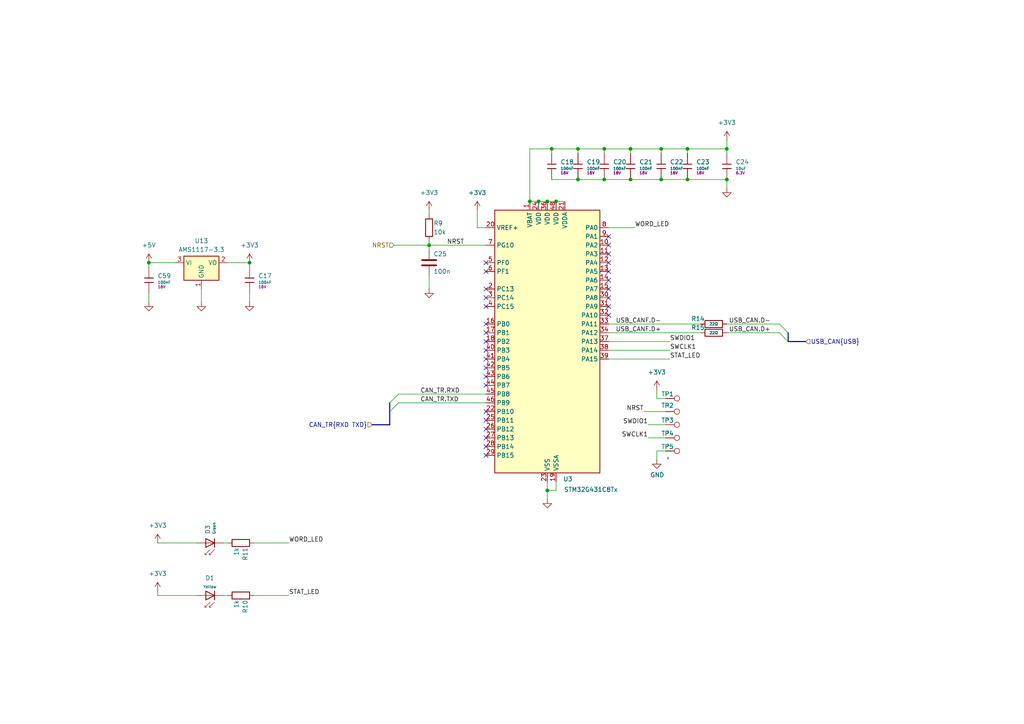
<source format=kicad_sch>
(kicad_sch (version 20250114) (generator "eeschema") (generator_version "9.0")
  (paper "A4")
  (title_block (date "2025-02-10") (rev "A") (company "ModuCard System"))
  (lib_symbols
    (symbol "Connector:TestPoint" (pin_numbers (hide yes)) (pin_names (offset 0.762) (hide yes))
      (property "Reference" "TP" (at 0 6.858 0))
      (property "Value" "TestPoint" (at 0 5.08 0))
      (symbol "TestPoint_0_1"
        (circle (center 0 3.302) (radius 0.762))
      )
      (symbol "TestPoint_1_1"
        (pin passive line (at 0 0 90) (length 2.54) (name "1") (number "1"))
      )
    )
    (symbol "Device:C" (pin_numbers (hide yes)) (pin_names (offset 0.254))
      (property "Reference" "C" (at 0.635 2.54 0))
      (property "Value" "C" (at 0.635 -2.54 0))
      (symbol "C_0_1"
        (polyline (pts (xy -2.032 0.762) (xy 2.032 0.762)) (stroke (width 0.508)))
        (polyline (pts (xy -2.032 -0.762) (xy 2.032 -0.762)) (stroke (width 0.508)))
      )
      (symbol "C_1_1"
        (pin passive line (at 0 3.81 270) (length 2.794) (name "~") (number "1"))
        (pin passive line (at 0 -3.81 90) (length 2.794) (name "~") (number "2"))
      )
    )
    (symbol "Device:R" (pin_numbers (hide yes)) (pin_names (offset 0))
      (property "Reference" "R" (at 2.032 0 90))
      (property "Value" "R" (at 0 0 90))
      (symbol "R_0_1"
        (rectangle (start -1.016 -2.54) (end 1.016 2.54) (stroke (width 0.254)))
      )
      (symbol "R_1_1"
        (pin passive line (at 0 3.81 270) (length 1.27) (name "~") (number "1"))
        (pin passive line (at 0 -3.81 90) (length 1.27) (name "~") (number "2"))
      )
    )
    (symbol "MCU_ST_STM32G4:STM32G431C8Tx"
      (property "Reference" "U" (at -15.24 39.37 0))
      (property "Value" "STM32G431C8Tx" (at 7.62 39.37 0))
      (symbol "STM32G431C8Tx_0_1"
        (rectangle (start -15.24 -38.1) (end 15.24 38.1) (stroke (width 0.254)) (fill (type background)))
      )
      (symbol "STM32G431C8Tx_1_1"
        (pin input line (at -17.78 33.02 0) (length 2.54) (name "VREF+") (number "20"))
        (pin bidirectional line (at -17.78 27.94 0) (length 2.54) (name "PG10") (number "7"))
        (pin bidirectional line (at -17.78 22.86 0) (length 2.54) (name "PF0") (number "5"))
        (pin bidirectional line (at -17.78 20.32 0) (length 2.54) (name "PF1") (number "6"))
        (pin bidirectional line (at -17.78 15.24 0) (length 2.54) (name "PC13") (number "2"))
        (pin bidirectional line (at -17.78 12.7 0) (length 2.54) (name "PC14") (number "3"))
        (pin bidirectional line (at -17.78 10.16 0) (length 2.54) (name "PC15") (number "4"))
        (pin bidirectional line (at -17.78 5.08 0) (length 2.54) (name "PB0") (number "16"))
        (pin bidirectional line (at -17.78 2.54 0) (length 2.54) (name "PB1") (number "17"))
        (pin bidirectional line (at -17.78 0 0) (length 2.54) (name "PB2") (number "18"))
        (pin bidirectional line (at -17.78 -2.54 0) (length 2.54) (name "PB3") (number "40"))
        (pin bidirectional line (at -17.78 -5.08 0) (length 2.54) (name "PB4") (number "41"))
        (pin bidirectional line (at -17.78 -7.62 0) (length 2.54) (name "PB5") (number "42"))
        (pin bidirectional line (at -17.78 -10.16 0) (length 2.54) (name "PB6") (number "43"))
        (pin bidirectional line (at -17.78 -12.7 0) (length 2.54) (name "PB7") (number "44"))
        (pin bidirectional line (at -17.78 -15.24 0) (length 2.54) (name "PB8") (number "45"))
        (pin bidirectional line (at -17.78 -17.78 0) (length 2.54) (name "PB9") (number "46"))
        (pin bidirectional line (at -17.78 -20.32 0) (length 2.54) (name "PB10") (number "22"))
        (pin bidirectional line (at -17.78 -22.86 0) (length 2.54) (name "PB11") (number "25"))
        (pin bidirectional line (at -17.78 -25.4 0) (length 2.54) (name "PB12") (number "26"))
        (pin bidirectional line (at -17.78 -27.94 0) (length 2.54) (name "PB13") (number "27"))
        (pin bidirectional line (at -17.78 -30.48 0) (length 2.54) (name "PB14") (number "28"))
        (pin bidirectional line (at -17.78 -33.02 0) (length 2.54) (name "PB15") (number "29"))
        (pin power_in line (at -5.08 40.64 270) (length 2.54) (name "VBAT") (number "1"))
        (pin power_in line (at -2.54 40.64 270) (length 2.54) (name "VDD") (number "24"))
        (pin power_in line (at 0 40.64 270) (length 2.54) (name "VDD") (number "36"))
        (pin power_in line (at 0 -40.64 90) (length 2.54) (name "VSS") (number "23"))
        (pin passive line (at 0 -40.64 90) (length 2.54) (hide yes) (name "VSS") (number "35"))
        (pin passive line (at 0 -40.64 90) (length 2.54) (hide yes) (name "VSS") (number "47"))
        (pin power_in line (at 2.54 40.64 270) (length 2.54) (name "VDD") (number "48"))
        (pin power_in line (at 2.54 -40.64 90) (length 2.54) (name "VSSA") (number "19"))
        (pin power_in line (at 5.08 40.64 270) (length 2.54) (name "VDDA") (number "21"))
        (pin bidirectional line (at 17.78 33.02 180) (length 2.54) (name "PA0") (number "8"))
        (pin bidirectional line (at 17.78 30.48 180) (length 2.54) (name "PA1") (number "9"))
        (pin bidirectional line (at 17.78 27.94 180) (length 2.54) (name "PA2") (number "10"))
        (pin bidirectional line (at 17.78 25.4 180) (length 2.54) (name "PA3") (number "11"))
        (pin bidirectional line (at 17.78 22.86 180) (length 2.54) (name "PA4") (number "12"))
        (pin bidirectional line (at 17.78 20.32 180) (length 2.54) (name "PA5") (number "13"))
        (pin bidirectional line (at 17.78 17.78 180) (length 2.54) (name "PA6") (number "14"))
        (pin bidirectional line (at 17.78 15.24 180) (length 2.54) (name "PA7") (number "15"))
        (pin bidirectional line (at 17.78 12.7 180) (length 2.54) (name "PA8") (number "30"))
        (pin bidirectional line (at 17.78 10.16 180) (length 2.54) (name "PA9") (number "31"))
        (pin bidirectional line (at 17.78 7.62 180) (length 2.54) (name "PA10") (number "32"))
        (pin bidirectional line (at 17.78 5.08 180) (length 2.54) (name "PA11") (number "33"))
        (pin bidirectional line (at 17.78 2.54 180) (length 2.54) (name "PA12") (number "34"))
        (pin bidirectional line (at 17.78 0 180) (length 2.54) (name "PA13") (number "37"))
        (pin bidirectional line (at 17.78 -2.54 180) (length 2.54) (name "PA14") (number "38"))
        (pin bidirectional line (at 17.78 -5.08 180) (length 2.54) (name "PA15") (number "39"))
      )
    )
    (symbol "PCM_JLCPCB-Capacitors:0402,100nF" (pin_numbers (hide yes)) (pin_names (offset 0))
      (property "Reference" "C" (at 2.032 1.668 0))
      (property "Value" "100nF" (at 2.032 -0.3782 0))
      (property "Voltage Rated" "16V" (at 2.032 -2.0462 0))
      (symbol "0402,100nF_0_1"
        (polyline (pts (xy -1.27 0.635) (xy 1.27 0.635)) (stroke (width 0.254)))
        (polyline (pts (xy -1.27 -0.635) (xy 1.27 -0.635)) (stroke (width 0.254)))
      )
      (symbol "0402,100nF_1_1"
        (pin passive line (at 0 3.81 270) (length 3.175) (name "~") (number "1"))
        (pin passive line (at 0 -3.81 90) (length 3.175) (name "~") (number "2"))
      )
    )
    (symbol "PCM_JLCPCB-Capacitors:0402,10uF" (pin_numbers (hide yes)) (pin_names (offset 0))
      (property "Reference" "C" (at 2.032 1.668 0))
      (property "Value" "10uF" (at 2.032 -0.3782 0))
      (property "Voltage Rated" "6.3V" (at 2.032 -2.0462 0))
      (symbol "0402,10uF_0_1"
        (polyline (pts (xy -1.27 0.635) (xy 1.27 0.635)) (stroke (width 0.254)))
        (polyline (pts (xy -1.27 -0.635) (xy 1.27 -0.635)) (stroke (width 0.254)))
      )
      (symbol "0402,10uF_1_1"
        (pin passive line (at 0 3.81 270) (length 3.175) (name "~") (number "1"))
        (pin passive line (at 0 -3.81 90) (length 3.175) (name "~") (number "2"))
      )
    )
    (symbol "PCM_JLCPCB-Diodes:LED,0603,Green" (pin_numbers (hide yes)) (pin_names (offset 0))
      (property "Reference" "D" (at 2.032 0.834 0))
      (property "Value" "Green" (at 2.032 -1.2122 0))
      (symbol "LED,0603,Green_0_1"
        (polyline (pts (xy -1.905 0) (xy -3.429 1.524) (xy -3.429 1.016) (xy -3.429 1.524) (xy -2.921 1.524)) (stroke (width 0.127)))
        (polyline (pts (xy -1.905 -1.27) (xy -3.429 0.254) (xy -3.429 -0.254) (xy -3.429 0.254) (xy -2.921 0.254)) (stroke (width 0.127)))
        (polyline (pts (xy -1.27 1.27) (xy 0 -1.27) (xy 1.27 1.27) (xy -1.27 1.27)) (stroke (width 0.254)))
        (polyline (pts (xy -1.27 -1.27) (xy 1.27 -1.27)) (stroke (width 0.254)))
      )
      (symbol "LED,0603,Green_1_1"
        (pin passive line (at 0 3.81 270) (length 3.81) (name "~") (number "2"))
        (pin passive line (at 0 -3.81 90) (length 3.81) (name "~") (number "1"))
      )
    )
    (symbol "PCM_JLCPCB-Diodes:LED,0603,Yellow" (pin_numbers (hide yes)) (pin_names (offset 0))
      (property "Reference" "D" (at 2.032 0.834 0))
      (property "Value" "Yellow" (at 2.032 -1.2122 0))
      (symbol "LED,0603,Yellow_0_1"
        (polyline (pts (xy -1.905 0) (xy -3.429 1.524) (xy -3.429 1.016) (xy -3.429 1.524) (xy -2.921 1.524)) (stroke (width 0.127)))
        (polyline (pts (xy -1.905 -1.27) (xy -3.429 0.254) (xy -3.429 -0.254) (xy -3.429 0.254) (xy -2.921 0.254)) (stroke (width 0.127)))
        (polyline (pts (xy -1.27 1.27) (xy 0 -1.27) (xy 1.27 1.27) (xy -1.27 1.27)) (stroke (width 0.254)))
        (polyline (pts (xy -1.27 -1.27) (xy 1.27 -1.27)) (stroke (width 0.254)))
      )
      (symbol "LED,0603,Yellow_1_1"
        (pin passive line (at 0 3.81 270) (length 3.81) (name "~") (number "2"))
        (pin passive line (at 0 -3.81 90) (length 3.81) (name "~") (number "1"))
      )
    )
    (symbol "PCM_JLCPCB-Resistors:0402,22Ω" (pin_numbers (hide yes)) (pin_names (offset 0))
      (property "Reference" "R" (at 1.778 0 0))
      (property "Value" "22Ω" (at 0 0 90))
      (symbol "0402,22Ω_0_1"
        (rectangle (start -1.016 2.54) (end 1.016 -2.54) (stroke (width 0.254)))
      )
      (symbol "0402,22Ω_1_1"
        (pin passive line (at 0 3.81 270) (length 1.27) (name "~") (number "1"))
        (pin passive line (at 0 -3.81 90) (length 1.27) (name "~") (number "2"))
      )
    )
    (symbol "Regulator_Linear:AMS1117-3.3"
      (property "Reference" "U" (at -3.81 3.175 0))
      (property "Value" "AMS1117-3.3" (at 0 3.175 0))
      (symbol "AMS1117-3.3_0_1"
        (rectangle (start -5.08 -5.08) (end 5.08 1.905) (stroke (width 0.254)) (fill (type background)))
      )
      (symbol "AMS1117-3.3_1_1"
        (pin power_in line (at -7.62 0 0) (length 2.54) (name "VI") (number "3"))
        (pin power_in line (at 0 -7.62 90) (length 2.54) (name "GND") (number "1"))
        (pin power_out line (at 7.62 0 180) (length 2.54) (name "VO") (number "2"))
      )
    )
    (symbol "power:+3V3" (power) (pin_numbers (hide yes)) (pin_names (offset 0) (hide yes))
      (property "Value" "+3V3" (at 0 3.556 0))
      (symbol "+3V3_0_1"
        (polyline (pts (xy -0.762 1.27) (xy 0 2.54)))
        (polyline (pts (xy 0 2.54) (xy 0.762 1.27)))
        (polyline (pts (xy 0 0) (xy 0 2.54)))
      )
      (symbol "+3V3_1_1"
        (pin power_in line (at 0 0 90) (length 0) (name "~") (number "1"))
      )
    )
    (symbol "power:+5V" (power) (pin_numbers (hide yes)) (pin_names (offset 0) (hide yes))
      (property "Value" "+5V" (at 0 3.556 0))
      (symbol "+5V_0_1"
        (polyline (pts (xy -0.762 1.27) (xy 0 2.54)))
        (polyline (pts (xy 0 2.54) (xy 0.762 1.27)))
        (polyline (pts (xy 0 0) (xy 0 2.54)))
      )
      (symbol "+5V_1_1"
        (pin power_in line (at 0 0 90) (length 0) (name "~") (number "1"))
      )
    )
    (symbol "power:GND" (power) (pin_numbers (hide yes)) (pin_names (offset 0) (hide yes))
      (property "Value" "GND" (at 0 -3.81 0))
      (symbol "GND_0_1"
        (polyline (pts (xy 0 0) (xy 0 -1.27) (xy 1.27 -1.27) (xy 0 -2.54) (xy -1.27 -1.27) (xy 0 -1.27)))
      )
      (symbol "GND_1_1"
        (pin power_in line (at 0 0 270) (length 0) (name "~") (number "1"))
      )
    )
  )
  (junction (at 156.21 58.42))
  (junction (at 167.64 52.07))
  (junction (at 158.75 58.42))
  (junction (at 191.77 52.07))
  (junction (at 175.26 43.18))
  (junction (at 191.77 43.18))
  (junction (at 153.67 58.42))
  (junction (at 182.88 43.18))
  (junction (at 199.39 52.07))
  (junction (at 158.75 142.24))
  (junction (at 160.02 43.18))
  (junction (at 72.39 76.2))
  (junction (at 210.82 52.07))
  (junction (at 175.26 52.07))
  (junction (at 124.46 71.12))
  (junction (at 210.82 43.18))
  (junction (at 199.39 43.18))
  (junction (at 161.29 58.42))
  (junction (at 43.18 76.2))
  (junction (at 167.64 43.18))
  (junction (at 182.88 52.07))
  (no_connect (at 140.97 132.08))
  (no_connect (at 140.97 86.36))
  (no_connect (at 176.53 88.9))
  (no_connect (at 140.97 124.46))
  (no_connect (at 140.97 76.2))
  (no_connect (at 176.53 78.74))
  (no_connect (at 140.97 88.9))
  (no_connect (at 176.53 83.82))
  (no_connect (at 176.53 81.28))
  (no_connect (at 140.97 104.14))
  (no_connect (at 176.53 76.2))
  (no_connect (at 176.53 68.58))
  (no_connect (at 140.97 129.54))
  (no_connect (at 140.97 111.76))
  (no_connect (at 140.97 119.38))
  (no_connect (at 140.97 101.6))
  (no_connect (at 140.97 106.68))
  (no_connect (at 176.53 71.12))
  (no_connect (at 176.53 73.66))
  (no_connect (at 140.97 93.98))
  (no_connect (at 140.97 109.22))
  (no_connect (at 140.97 83.82))
  (no_connect (at 140.97 127))
  (no_connect (at 140.97 121.92))
  (no_connect (at 176.53 86.36))
  (no_connect (at 140.97 78.74))
  (no_connect (at 140.97 96.52))
  (no_connect (at 176.53 91.44))
  (no_connect (at 140.97 99.06))
  (bus_entry (at 228.6 99.06) (size -2.54 -2.54))
  (bus_entry (at 113.03 119.38) (size 2.54 -2.54))
  (bus_entry (at 113.03 116.84) (size 2.54 -2.54))
  (bus_entry (at 228.6 96.52) (size -2.54 -2.54))
  (wire (pts (xy 114.3 71.12) (xy 124.46 71.12)))
  (wire (pts (xy 43.18 76.2) (xy 43.18 77.47)))
  (wire (pts (xy 156.21 58.42) (xy 158.75 58.42)))
  (bus (pts (xy 113.03 119.38) (xy 113.03 116.84)))
  (wire (pts (xy 72.39 85.09) (xy 72.39 87.63)))
  (wire (pts (xy 158.75 58.42) (xy 161.29 58.42)))
  (bus (pts (xy 107.95 123.19) (xy 113.03 123.19)))
  (wire (pts (xy 160.02 52.07) (xy 167.64 52.07)))
  (wire (pts (xy 182.88 52.07) (xy 191.77 52.07)))
  (wire (pts (xy 124.46 62.23) (xy 124.46 60.96)))
  (wire (pts (xy 175.26 52.07) (xy 182.88 52.07)))
  (wire (pts (xy 176.53 101.6) (xy 194.31 101.6)))
  (wire (pts (xy 199.39 43.18) (xy 210.82 43.18)))
  (wire (pts (xy 193.04 130.81) (xy 190.5 130.81)))
  (wire (pts (xy 161.29 142.24) (xy 158.75 142.24)))
  (wire (pts (xy 167.64 43.18) (xy 175.26 43.18)))
  (bus (pts (xy 228.6 99.06) (xy 233.68 99.06)))
  (wire (pts (xy 190.5 113.03) (xy 190.5 115.57)))
  (wire (pts (xy 124.46 71.12) (xy 140.97 71.12)))
  (wire (pts (xy 72.39 77.47) (xy 72.39 76.2)))
  (wire (pts (xy 45.72 172.72) (xy 45.72 171.45)))
  (wire (pts (xy 124.46 71.12) (xy 124.46 72.39)))
  (bus (pts (xy 228.6 96.52) (xy 228.6 99.06)))
  (wire (pts (xy 210.82 40.64) (xy 210.82 43.18)))
  (wire (pts (xy 138.43 60.96) (xy 138.43 66.04)))
  (wire (pts (xy 158.75 142.24) (xy 158.75 144.78)))
  (wire (pts (xy 72.39 76.2) (xy 66.04 76.2)))
  (wire (pts (xy 176.53 96.52) (xy 203.2 96.52)))
  (wire (pts (xy 153.67 43.18) (xy 153.67 58.42)))
  (wire (pts (xy 66.04 157.48) (xy 64.77 157.48)))
  (wire (pts (xy 43.18 85.09) (xy 43.18 87.63)))
  (wire (pts (xy 210.82 96.52) (xy 226.06 96.52)))
  (wire (pts (xy 182.88 43.18) (xy 191.77 43.18)))
  (wire (pts (xy 210.82 52.07) (xy 210.82 54.61)))
  (wire (pts (xy 115.57 116.84) (xy 140.97 116.84)))
  (wire (pts (xy 58.42 83.82) (xy 58.42 87.63)))
  (wire (pts (xy 187.96 127) (xy 193.04 127)))
  (wire (pts (xy 210.82 93.98) (xy 226.06 93.98)))
  (wire (pts (xy 186.69 119.38) (xy 193.04 119.38)))
  (wire (pts (xy 138.43 66.04) (xy 140.97 66.04)))
  (wire (pts (xy 182.88 43.18) (xy 182.88 44.45)))
  (wire (pts (xy 199.39 52.07) (xy 210.82 52.07)))
  (wire (pts (xy 50.8 76.2) (xy 43.18 76.2)))
  (wire (pts (xy 124.46 69.85) (xy 124.46 71.12)))
  (wire (pts (xy 190.5 130.81) (xy 190.5 133.35)))
  (wire (pts (xy 160.02 43.18) (xy 167.64 43.18)))
  (wire (pts (xy 176.53 104.14) (xy 194.31 104.14)))
  (wire (pts (xy 191.77 43.18) (xy 199.39 43.18)))
  (wire (pts (xy 175.26 43.18) (xy 175.26 44.45)))
  (wire (pts (xy 83.82 157.48) (xy 73.66 157.48)))
  (wire (pts (xy 167.64 43.18) (xy 167.64 44.45)))
  (wire (pts (xy 158.75 139.7) (xy 158.75 142.24)))
  (wire (pts (xy 187.96 123.19) (xy 193.04 123.19)))
  (wire (pts (xy 175.26 43.18) (xy 182.88 43.18)))
  (wire (pts (xy 161.29 139.7) (xy 161.29 142.24)))
  (wire (pts (xy 176.53 66.04) (xy 184.15 66.04)))
  (wire (pts (xy 153.67 58.42) (xy 156.21 58.42)))
  (wire (pts (xy 45.72 172.72) (xy 57.15 172.72)))
  (bus (pts (xy 113.03 123.19) (xy 113.03 119.38)))
  (wire (pts (xy 176.53 99.06) (xy 194.31 99.06)))
  (wire (pts (xy 153.67 43.18) (xy 160.02 43.18)))
  (wire (pts (xy 191.77 43.18) (xy 191.77 44.45)))
  (wire (pts (xy 191.77 52.07) (xy 199.39 52.07)))
  (wire (pts (xy 45.72 157.48) (xy 57.15 157.48)))
  (wire (pts (xy 210.82 43.18) (xy 210.82 44.45)))
  (wire (pts (xy 73.66 172.72) (xy 83.82 172.72)))
  (wire (pts (xy 176.53 93.98) (xy 203.2 93.98)))
  (wire (pts (xy 66.04 172.72) (xy 64.77 172.72)))
  (wire (pts (xy 115.57 114.3) (xy 140.97 114.3)))
  (wire (pts (xy 190.5 115.57) (xy 193.04 115.57)))
  (wire (pts (xy 124.46 80.01) (xy 124.46 83.82)))
  (wire (pts (xy 161.29 58.42) (xy 163.83 58.42)))
  (wire (pts (xy 199.39 43.18) (xy 199.39 44.45)))
  (wire (pts (xy 160.02 43.18) (xy 160.02 44.45)))
  (wire (pts (xy 167.64 52.07) (xy 175.26 52.07)))
  (label "SWDIO1" (at 187.96 123.19 180))
  (label "NRST" (at 134.62 71.12 180))
  (label "USB_CANF.D+" (at 191.77 96.52 180))
  (label "CAN_TR.RXD" (at 121.92 114.3 0))
  (label "WORD_LED" (at 184.15 66.04 0))
  (label "USB_CAN.D-" (at 223.52 93.98 180))
  (label "STAT_LED" (at 83.82 172.72 0))
  (label "WORD_LED" (at 83.82 157.48 0))
  (label "CAN_TR.TXD" (at 121.92 116.84 0))
  (label "USB_CANF.D-" (at 191.77 93.98 180))
  (label "SWCLK1" (at 187.96 127 180))
  (label "SWDIO1" (at 194.31 99.06 0))
  (label "SWCLK1" (at 194.31 101.6 0))
  (label "NRST" (at 186.69 119.38 180))
  (label "STAT_LED" (at 194.31 104.14 0))
  (label "USB_CAN.D+" (at 223.52 96.52 180))
  (hierarchical_label "NRST" (shape input) (at 114.3 71.12 180))
  (hierarchical_label "USB_CAN{USB}" (shape input) (at 233.68 99.06 0))
  (hierarchical_label "CAN_TR{RXD TXD}" (shape input) (at 107.95 123.19 180))
  (symbol (lib_id "Device:R") (at 124.46 66.04 0) (unit 1)
    (property "Reference" "R9" (at 125.73 64.77 0) (effects (justify left)))
    (property "Value" "10k" (at 125.73 67.31 0) (effects (justify left)))
    (property "Footprint" "Resistor_SMD:R_0402_1005Metric" (effects (hide yes)))
    (property "Description" "Resistor" (effects (hide yes)))
  )
  (symbol (lib_id "PCM_JLCPCB-Diodes:LED,0603,Green") (at 60.96 157.48 90) (unit 1)
    (property "Reference" "D3" (at 60.2297 154.94 0) (effects (justify left)))
    (property "Value" "Green" (at 62.1347 154.94 0) (effects (font (size 0.8 0.8)) (justify left)))
    (property "Footprint" "PCM_JLCPCB:D_0603" (effects (hide yes)))
    (property "Datasheet" "https://wmsc.lcsc.com/wmsc/upload/file/pdf/v2/lcsc/2207051802_Everlight-Elec-19-217-GHC-YR1S2-6T_C2986059.pdf" (effects (hide yes)))
    (property "Description" "0603 LED Indication - Discrete ROHS" (effects (hide yes)))
    (property "LCSC" "C2986059" (effects (hide yes)))
    (property "Stock" "225661" (effects (hide yes)))
    (property "Price" "0.022USD" (effects (hide yes)))
    (property "Process" "SMT" (effects (hide yes)))
    (property "Minimum Qty" "20" (effects (hide yes)))
    (property "Attrition Qty" "8" (effects (hide yes)))
    (property "Class" "Preferred Component" (effects (hide yes)))
    (property "Category" "Optocoupler/LED/Digital Tube/Photoelectric Device,Light Emitting Diodes (LED)" (effects (hide yes)))
    (property "Manufacturer" "Everlight Elec" (effects (hide yes)))
    (property "Part" "19-217/GHC-YR1S2/6T" (effects (hide yes)))
  )
  (symbol (lib_id "power:+3V3") (at 45.72 157.48 0) (unit 1)
    (property "Reference" "#PWR057" (effects (hide yes)))
    (property "Value" "+3V3" (at 45.72 152.4 0))
    (property "Description" "Power symbol creates a global label with name \"+3V3\"" (effects (hide yes)))
  )
  (symbol (lib_id "PCM_JLCPCB-Diodes:LED,0603,Yellow") (at 60.96 172.72 90) (unit 1)
    (property "Reference" "D1" (at 60.8647 167.64 90))
    (property "Value" "Yellow" (at 60.8647 170.18 90) (effects (font (size 0.8 0.8))))
    (property "Footprint" "PCM_JLCPCB:D_0603" (effects (hide yes)))
    (property "Datasheet" "https://atta.szlcsc.com/upload/public/pdf/source/20160507/1462613613586.pdf" (effects (hide yes)))
    (property "Description" "20mA Colorless Transparent Lens -40°C~+85°C 585.5nm~591.5nm Yellow 120° 60mW 0603 LED Indication - Discrete ROHS" (effects (hide yes)))
    (property "LCSC" "C72038" (effects (hide yes)))
    (property "Stock" "508327" (effects (hide yes)))
    (property "Price" "0.024USD" (effects (hide yes)))
    (property "Process" "SMT" (effects (hide yes)))
    (property "Minimum Qty" "5" (effects (hide yes)))
    (property "Attrition Qty" "1" (effects (hide yes)))
    (property "Class" "Basic Component" (effects (hide yes)))
    (property "Category" "Optoelectronics,Light Emitting Diodes (LED)" (effects (hide yes)))
    (property "Manufacturer" "Everlight Elec" (effects (hide yes)))
    (property "Part" "19-213/Y2C-CQ2R2L/3T(CY)" (effects (hide yes)))
    (property "Dominant Wavelength" "585.5nm~591.5nm" (effects (hide yes)))
    (property "Operating Temperature" "-40°C~+85°C" (effects (hide yes)))
    (property "Power Dissipation" "60mW" (effects (hide yes)))
    (property "Emitted Color" "Yellow" (effects (hide yes)))
    (property "Viewing Angle" "120°" (effects (hide yes)))
    (property "Forward Current" "20mA" (effects (hide yes)))
    (property "Lens Color" "Colorless Transparent Lens" (effects (hide yes)))
    (property "Peak Wavelength" "591nm" (effects (hide yes)))
  )
  (symbol (lib_id "Connector:TestPoint") (at 193.04 127 270) (unit 1)
    (property "Reference" "TP4" (at 191.77 125.73 90) (effects (justify left)))
    (property "Value" "~" (at 193.7258 128.4732 0) (effects (justify left)))
    (property "Footprint" "TestPoint:TestPoint_Pad_D1.0mm" (effects (hide yes)))
    (property "Description" "test point" (effects (hide yes)))
  )
  (symbol (lib_id "power:+3V3") (at 138.43 60.96 0) (unit 1)
    (property "Reference" "#PWR051" (effects (hide yes)))
    (property "Value" "+3V3" (at 138.43 55.88 0))
    (property "Description" "Power symbol creates a global label with name \"+3V3\"" (effects (hide yes)))
  )
  (symbol (lib_id "PCM_JLCPCB-Capacitors:0402,100nF") (at 43.18 81.28 0) (unit 1)
    (property "Reference" "C59" (at 45.72 80.01 0) (effects (justify left)))
    (property "Value" "100nF" (at 45.72 81.915 0) (effects (font (size 0.8 0.8)) (justify left)))
    (property "Footprint" "PCM_JLCPCB:C_0402" (effects (hide yes)))
    (property "Datasheet" "https://www.lcsc.com/datasheet/lcsc_datasheet_2304140030_Samsung-Electro-Mechanics-CL05B104KO5NNNC_C1525.pdf" (effects (hide yes)))
    (property "Description" "16V 100nF X7R ±10% 0402 Multilayer Ceramic Capacitors MLCC - SMD/SMT ROHS" (effects (hide yes)))
    (property "LCSC" "C1525" (effects (hide yes)))
    (property "Stock" "19831671" (effects (hide yes)))
    (property "Price" "0.004USD" (effects (hide yes)))
    (property "Process" "SMT" (effects (hide yes)))
    (property "Minimum Qty" "20" (effects (hide yes)))
    (property "Attrition Qty" "10" (effects (hide yes)))
    (property "Class" "Basic Component" (effects (hide yes)))
    (property "Category" "Capacitors,Multilayer Ceramic Capacitors MLCC - SMD/SMT" (effects (hide yes)))
    (property "Manufacturer" "Samsung Electro-Mechanics" (effects (hide yes)))
    (property "Part" "CL05B104KO5NNNC" (effects (hide yes)))
    (property "Voltage Rated" "16V" (at 45.72 83.185 0) (effects (font (size 0.8 0.8)) (justify left)))
    (property "Tolerance" "±10%" (effects (hide yes)))
    (property "Capacitance" "100nF" (effects (hide yes)))
    (property "Temperature Coefficient" "X7R" (effects (hide yes)))
  )
  (symbol (lib_id "power:GND") (at 43.18 87.63 0) (unit 1)
    (property "Reference" "#PWR087" (effects (hide yes)))
    (property "Value" "GND" (effects (hide yes)))
    (property "Description" "Power symbol creates a global label with name \"GND\" , ground" (effects (hide yes)))
  )
  (symbol (lib_id "Connector:TestPoint") (at 193.04 123.19 270) (unit 1)
    (property "Reference" "TP3" (at 191.77 121.92 90) (effects (justify left)))
    (property "Value" "~" (at 193.7258 124.6632 0) (effects (justify left)))
    (property "Footprint" "TestPoint:TestPoint_Pad_D1.0mm" (effects (hide yes)))
    (property "Description" "test point" (effects (hide yes)))
  )
  (symbol (lib_id "PCM_JLCPCB-Capacitors:0402,100nF") (at 175.26 48.26 0) (unit 1)
    (property "Reference" "C20" (at 177.8 46.99 0) (effects (justify left)))
    (property "Value" "100nF" (at 177.8 48.895 0) (effects (font (size 0.8 0.8)) (justify left)))
    (property "Footprint" "PCM_JLCPCB:C_0402" (effects (hide yes)))
    (property "Datasheet" "https://www.lcsc.com/datasheet/lcsc_datasheet_2304140030_Samsung-Electro-Mechanics-CL05B104KO5NNNC_C1525.pdf" (effects (hide yes)))
    (property "Description" "16V 100nF X7R ±10% 0402 Multilayer Ceramic Capacitors MLCC - SMD/SMT ROHS" (effects (hide yes)))
    (property "LCSC" "C1525" (effects (hide yes)))
    (property "Stock" "19831671" (effects (hide yes)))
    (property "Price" "0.004USD" (effects (hide yes)))
    (property "Process" "SMT" (effects (hide yes)))
    (property "Minimum Qty" "20" (effects (hide yes)))
    (property "Attrition Qty" "10" (effects (hide yes)))
    (property "Class" "Basic Component" (effects (hide yes)))
    (property "Category" "Capacitors,Multilayer Ceramic Capacitors MLCC - SMD/SMT" (effects (hide yes)))
    (property "Manufacturer" "Samsung Electro-Mechanics" (effects (hide yes)))
    (property "Part" "CL05B104KO5NNNC" (effects (hide yes)))
    (property "Voltage Rated" "16V" (at 177.8 50.165 0) (effects (font (size 0.8 0.8)) (justify left)))
    (property "Tolerance" "±10%" (effects (hide yes)))
    (property "Capacitance" "100nF" (effects (hide yes)))
    (property "Temperature Coefficient" "X7R" (effects (hide yes)))
  )
  (symbol (lib_id "power:GND") (at 124.46 83.82 0) (unit 1)
    (property "Reference" "#PWR053" (effects (hide yes)))
    (property "Value" "GND" (effects (hide yes)))
    (property "Description" "Power symbol creates a global label with name \"GND\" , ground" (effects (hide yes)))
  )
  (symbol (lib_id "PCM_JLCPCB-Resistors:0402,22Ω") (at 207.01 93.98 90) (unit 1)
    (property "Reference" "R14" (at 202.438 92.456 90))
    (property "Value" "22Ω" (at 207.01 93.98 90) (effects (font (size 0.8 0.8))))
    (property "Footprint" "PCM_JLCPCB:R_0402" (effects (hide yes)))
    (property "Datasheet" "https://www.lcsc.com/datasheet/lcsc_datasheet_2205311900_UNI-ROYAL-Uniroyal-Elec-0402WGF220JTCE_C25092.pdf" (effects (hide yes)))
    (property "Description" "62.5mW Thick Film Resistors 50V ±1% ±100ppm/°C 22Ω 0402 Chip Resistor - Surface Mount ROHS" (effects (hide yes)))
    (property "LCSC" "C25092" (effects (hide yes)))
    (property "Stock" "2158519" (effects (hide yes)))
    (property "Price" "0.004USD" (effects (hide yes)))
    (property "Process" "SMT" (effects (hide yes)))
    (property "Minimum Qty" "20" (effects (hide yes)))
    (property "Attrition Qty" "10" (effects (hide yes)))
    (property "Class" "Basic Component" (effects (hide yes)))
    (property "Category" "Resistors,Chip Resistor - Surface Mount" (effects (hide yes)))
    (property "Manufacturer" "UNI-ROYAL(Uniroyal Elec)" (effects (hide yes)))
    (property "Part" "0402WGF220JTCE" (effects (hide yes)))
    (property "Resistance" "22Ω" (effects (hide yes)))
    (property "Power(Watts)" "62.5mW" (effects (hide yes)))
    (property "Type" "Thick Film Resistors" (effects (hide yes)))
    (property "Overload Voltage (Max)" "50V" (effects (hide yes)))
    (property "Operating Temperature Range" "-55°C~+155°C" (effects (hide yes)))
    (property "Tolerance" "±1%" (effects (hide yes)))
    (property "Temperature Coefficient" "±100ppm/°C" (effects (hide yes)))
  )
  (symbol (lib_id "PCM_JLCPCB-Capacitors:0402,100nF") (at 182.88 48.26 0) (unit 1)
    (property "Reference" "C21" (at 185.42 46.99 0) (effects (justify left)))
    (property "Value" "100nF" (at 185.42 48.895 0) (effects (font (size 0.8 0.8)) (justify left)))
    (property "Footprint" "PCM_JLCPCB:C_0402" (effects (hide yes)))
    (property "Datasheet" "https://www.lcsc.com/datasheet/lcsc_datasheet_2304140030_Samsung-Electro-Mechanics-CL05B104KO5NNNC_C1525.pdf" (effects (hide yes)))
    (property "Description" "16V 100nF X7R ±10% 0402 Multilayer Ceramic Capacitors MLCC - SMD/SMT ROHS" (effects (hide yes)))
    (property "LCSC" "C1525" (effects (hide yes)))
    (property "Stock" "19831671" (effects (hide yes)))
    (property "Price" "0.004USD" (effects (hide yes)))
    (property "Process" "SMT" (effects (hide yes)))
    (property "Minimum Qty" "20" (effects (hide yes)))
    (property "Attrition Qty" "10" (effects (hide yes)))
    (property "Class" "Basic Component" (effects (hide yes)))
    (property "Category" "Capacitors,Multilayer Ceramic Capacitors MLCC - SMD/SMT" (effects (hide yes)))
    (property "Manufacturer" "Samsung Electro-Mechanics" (effects (hide yes)))
    (property "Part" "CL05B104KO5NNNC" (effects (hide yes)))
    (property "Voltage Rated" "16V" (at 185.42 50.165 0) (effects (font (size 0.8 0.8)) (justify left)))
    (property "Tolerance" "±10%" (effects (hide yes)))
    (property "Capacitance" "100nF" (effects (hide yes)))
    (property "Temperature Coefficient" "X7R" (effects (hide yes)))
  )
  (symbol (lib_id "power:+5V") (at 43.18 76.2 0) (unit 1)
    (property "Reference" "#PWR0123" (effects (hide yes)))
    (property "Value" "+5V" (at 43.18 71.12 0))
    (property "Description" "Power symbol creates a global label with name \"+5V\"" (effects (hide yes)))
  )
  (symbol (lib_id "power:GND") (at 190.5 133.35 0) (unit 1)
    (property "Reference" "#PWR055" (effects (hide yes)))
    (property "Value" "GND" (at 190.627 137.7442 0))
    (property "Description" "Power symbol creates a global label with name \"GND\" , ground" (effects (hide yes)))
  )
  (symbol (lib_id "power:GND") (at 158.75 144.78 0) (unit 1)
    (property "Reference" "#PWR056" (effects (hide yes)))
    (property "Value" "GND" (effects (hide yes)))
    (property "Description" "Power symbol creates a global label with name \"GND\" , ground" (effects (hide yes)))
  )
  (symbol (lib_id "PCM_JLCPCB-Capacitors:0402,100nF") (at 72.39 81.28 0) (unit 1)
    (property "Reference" "C17" (at 74.93 80.01 0) (effects (justify left)))
    (property "Value" "100nF" (at 74.93 81.915 0) (effects (font (size 0.8 0.8)) (justify left)))
    (property "Footprint" "PCM_JLCPCB:C_0402" (effects (hide yes)))
    (property "Datasheet" "https://www.lcsc.com/datasheet/lcsc_datasheet_2304140030_Samsung-Electro-Mechanics-CL05B104KO5NNNC_C1525.pdf" (effects (hide yes)))
    (property "Description" "16V 100nF X7R ±10% 0402 Multilayer Ceramic Capacitors MLCC - SMD/SMT ROHS" (effects (hide yes)))
    (property "LCSC" "C1525" (effects (hide yes)))
    (property "Stock" "19831671" (effects (hide yes)))
    (property "Price" "0.004USD" (effects (hide yes)))
    (property "Process" "SMT" (effects (hide yes)))
    (property "Minimum Qty" "20" (effects (hide yes)))
    (property "Attrition Qty" "10" (effects (hide yes)))
    (property "Class" "Basic Component" (effects (hide yes)))
    (property "Category" "Capacitors,Multilayer Ceramic Capacitors MLCC - SMD/SMT" (effects (hide yes)))
    (property "Manufacturer" "Samsung Electro-Mechanics" (effects (hide yes)))
    (property "Part" "CL05B104KO5NNNC" (effects (hide yes)))
    (property "Voltage Rated" "16V" (at 74.93 83.185 0) (effects (font (size 0.8 0.8)) (justify left)))
    (property "Tolerance" "±10%" (effects (hide yes)))
    (property "Capacitance" "100nF" (effects (hide yes)))
    (property "Temperature Coefficient" "X7R" (effects (hide yes)))
  )
  (symbol (lib_id "power:GND") (at 72.39 87.63 0) (unit 1)
    (property "Reference" "#PWR081" (effects (hide yes)))
    (property "Value" "GND" (effects (hide yes)))
    (property "Description" "Power symbol creates a global label with name \"GND\" , ground" (effects (hide yes)))
  )
  (symbol (lib_id "power:+3V3") (at 72.39 76.2 0) (unit 1)
    (property "Reference" "#PWR0121" (effects (hide yes)))
    (property "Value" "+3V3" (at 72.39 71.12 0))
    (property "Description" "Power symbol creates a global label with name \"+3V3\"" (effects (hide yes)))
  )
  (symbol (lib_id "PCM_JLCPCB-Resistors:0402,22Ω") (at 207.01 96.52 90) (unit 1)
    (property "Reference" "R15" (at 202.438 94.996 90))
    (property "Value" "22Ω" (at 207.01 96.52 90) (effects (font (size 0.8 0.8))))
    (property "Footprint" "PCM_JLCPCB:R_0402" (effects (hide yes)))
    (property "Datasheet" "https://www.lcsc.com/datasheet/lcsc_datasheet_2205311900_UNI-ROYAL-Uniroyal-Elec-0402WGF220JTCE_C25092.pdf" (effects (hide yes)))
    (property "Description" "62.5mW Thick Film Resistors 50V ±1% ±100ppm/°C 22Ω 0402 Chip Resistor - Surface Mount ROHS" (effects (hide yes)))
    (property "LCSC" "C25092" (effects (hide yes)))
    (property "Stock" "2158519" (effects (hide yes)))
    (property "Price" "0.004USD" (effects (hide yes)))
    (property "Process" "SMT" (effects (hide yes)))
    (property "Minimum Qty" "20" (effects (hide yes)))
    (property "Attrition Qty" "10" (effects (hide yes)))
    (property "Class" "Basic Component" (effects (hide yes)))
    (property "Category" "Resistors,Chip Resistor - Surface Mount" (effects (hide yes)))
    (property "Manufacturer" "UNI-ROYAL(Uniroyal Elec)" (effects (hide yes)))
    (property "Part" "0402WGF220JTCE" (effects (hide yes)))
    (property "Resistance" "22Ω" (effects (hide yes)))
    (property "Power(Watts)" "62.5mW" (effects (hide yes)))
    (property "Type" "Thick Film Resistors" (effects (hide yes)))
    (property "Overload Voltage (Max)" "50V" (effects (hide yes)))
    (property "Operating Temperature Range" "-55°C~+155°C" (effects (hide yes)))
    (property "Tolerance" "±1%" (effects (hide yes)))
    (property "Temperature Coefficient" "±100ppm/°C" (effects (hide yes)))
  )
  (symbol (lib_id "power:GND") (at 210.82 54.61 0) (unit 1)
    (property "Reference" "#PWR050" (effects (hide yes)))
    (property "Value" "GND" (effects (hide yes)))
    (property "Description" "Power symbol creates a global label with name \"GND\" , ground" (effects (hide yes)))
  )
  (symbol (lib_id "Connector:TestPoint") (at 193.04 119.38 270) (unit 1)
    (property "Reference" "TP2" (at 191.77 117.602 90) (effects (justify left)))
    (property "Value" "~" (at 193.7258 120.8532 0) (effects (justify left)))
    (property "Footprint" "TestPoint:TestPoint_Pad_D1.0mm" (effects (hide yes)))
    (property "Description" "test point" (effects (hide yes)))
  )
  (symbol (lib_id "Device:C") (at 124.46 76.2 0) (unit 1)
    (property "Reference" "C25" (at 125.73 73.66 0) (effects (justify left)))
    (property "Value" "100n" (at 125.73 78.74 0) (effects (justify left)))
    (property "Footprint" "Capacitor_SMD:C_0402_1005Metric" (effects (hide yes)))
    (property "Description" "Unpolarized capacitor" (effects (hide yes)))
  )
  (symbol (lib_id "Connector:TestPoint") (at 193.04 130.81 270) (unit 1)
    (property "Reference" "TP5" (at 191.77 129.54 90) (effects (justify left)))
    (property "Value" "~" (at 193.7258 132.2832 0) (effects (justify left)))
    (property "Footprint" "TestPoint:TestPoint_Pad_D1.0mm" (effects (hide yes)))
    (property "Description" "test point" (effects (hide yes)))
  )
  (symbol (lib_id "PCM_JLCPCB-Capacitors:0402,10uF") (at 210.82 48.26 0) (unit 1)
    (property "Reference" "C24" (at 213.36 46.99 0) (effects (justify left)))
    (property "Value" "10uF" (at 213.36 48.895 0) (effects (font (size 0.8 0.8)) (justify left)))
    (property "Footprint" "PCM_JLCPCB:C_0402" (effects (hide yes)))
    (property "Datasheet" "https://www.lcsc.com/datasheet/lcsc_datasheet_2208231630_Samsung-Electro-Mechanics-CL05A106MQ5NUNC_C15525.pdf" (effects (hide yes)))
    (property "Description" "6.3V 10uF X5R ±20% 0402 Multilayer Ceramic Capacitors MLCC - SMD/SMT ROHS" (effects (hide yes)))
    (property "LCSC" "C15525" (effects (hide yes)))
    (property "Stock" "1226257" (effects (hide yes)))
    (property "Price" "0.008USD" (effects (hide yes)))
    (property "Process" "SMT" (effects (hide yes)))
    (property "Minimum Qty" "20" (effects (hide yes)))
    (property "Attrition Qty" "10" (effects (hide yes)))
    (property "Class" "Basic Component" (effects (hide yes)))
    (property "Category" "Capacitors,Multilayer Ceramic Capacitors MLCC - SMD/SMT" (effects (hide yes)))
    (property "Manufacturer" "Samsung Electro-Mechanics" (effects (hide yes)))
    (property "Part" "CL05A106MQ5NUNC" (effects (hide yes)))
    (property "Voltage Rated" "6.3V" (at 213.36 50.165 0) (effects (font (size 0.8 0.8)) (justify left)))
    (property "Tolerance" "±20%" (effects (hide yes)))
    (property "Capacitance" "10uF" (effects (hide yes)))
    (property "Temperature Coefficient" "X5R" (effects (hide yes)))
  )
  (symbol (lib_id "power:+3V3") (at 45.72 171.45 0) (unit 1)
    (property "Reference" "#PWR0124" (effects (hide yes)))
    (property "Value" "+3V3" (at 45.72 166.37 0))
    (property "Description" "Power symbol creates a global label with name \"+3V3\"" (effects (hide yes)))
  )
  (symbol (lib_id "PCM_JLCPCB-Capacitors:0402,100nF") (at 167.64 48.26 0) (unit 1)
    (property "Reference" "C19" (at 170.18 46.99 0) (effects (justify left)))
    (property "Value" "100nF" (at 170.18 48.895 0) (effects (font (size 0.8 0.8)) (justify left)))
    (property "Footprint" "PCM_JLCPCB:C_0402" (effects (hide yes)))
    (property "Datasheet" "https://www.lcsc.com/datasheet/lcsc_datasheet_2304140030_Samsung-Electro-Mechanics-CL05B104KO5NNNC_C1525.pdf" (effects (hide yes)))
    (property "Description" "16V 100nF X7R ±10% 0402 Multilayer Ceramic Capacitors MLCC - SMD/SMT ROHS" (effects (hide yes)))
    (property "LCSC" "C1525" (effects (hide yes)))
    (property "Stock" "19831671" (effects (hide yes)))
    (property "Price" "0.004USD" (effects (hide yes)))
    (property "Process" "SMT" (effects (hide yes)))
    (property "Minimum Qty" "20" (effects (hide yes)))
    (property "Attrition Qty" "10" (effects (hide yes)))
    (property "Class" "Basic Component" (effects (hide yes)))
    (property "Category" "Capacitors,Multilayer Ceramic Capacitors MLCC - SMD/SMT" (effects (hide yes)))
    (property "Manufacturer" "Samsung Electro-Mechanics" (effects (hide yes)))
    (property "Part" "CL05B104KO5NNNC" (effects (hide yes)))
    (property "Voltage Rated" "16V" (at 170.18 50.165 0) (effects (font (size 0.8 0.8)) (justify left)))
    (property "Tolerance" "±10%" (effects (hide yes)))
    (property "Capacitance" "100nF" (effects (hide yes)))
    (property "Temperature Coefficient" "X7R" (effects (hide yes)))
  )
  (symbol (lib_id "PCM_JLCPCB-Capacitors:0402,100nF") (at 199.39 48.26 0) (unit 1)
    (property "Reference" "C23" (at 201.93 46.99 0) (effects (justify left)))
    (property "Value" "100nF" (at 201.93 48.895 0) (effects (font (size 0.8 0.8)) (justify left)))
    (property "Footprint" "PCM_JLCPCB:C_0402" (effects (hide yes)))
    (property "Datasheet" "https://www.lcsc.com/datasheet/lcsc_datasheet_2304140030_Samsung-Electro-Mechanics-CL05B104KO5NNNC_C1525.pdf" (effects (hide yes)))
    (property "Description" "16V 100nF X7R ±10% 0402 Multilayer Ceramic Capacitors MLCC - SMD/SMT ROHS" (effects (hide yes)))
    (property "LCSC" "C1525" (effects (hide yes)))
    (property "Stock" "19831671" (effects (hide yes)))
    (property "Price" "0.004USD" (effects (hide yes)))
    (property "Process" "SMT" (effects (hide yes)))
    (property "Minimum Qty" "20" (effects (hide yes)))
    (property "Attrition Qty" "10" (effects (hide yes)))
    (property "Class" "Basic Component" (effects (hide yes)))
    (property "Category" "Capacitors,Multilayer Ceramic Capacitors MLCC - SMD/SMT" (effects (hide yes)))
    (property "Manufacturer" "Samsung Electro-Mechanics" (effects (hide yes)))
    (property "Part" "CL05B104KO5NNNC" (effects (hide yes)))
    (property "Voltage Rated" "16V" (at 201.93 50.165 0) (effects (font (size 0.8 0.8)) (justify left)))
    (property "Tolerance" "±10%" (effects (hide yes)))
    (property "Capacitance" "100nF" (effects (hide yes)))
    (property "Temperature Coefficient" "X7R" (effects (hide yes)))
  )
  (symbol (lib_id "power:+3V3") (at 124.46 60.96 0) (unit 1)
    (property "Reference" "#PWR052" (effects (hide yes)))
    (property "Value" "+3V3" (at 124.46 55.88 0))
    (property "Description" "Power symbol creates a global label with name \"+3V3\"" (effects (hide yes)))
  )
  (symbol (lib_id "Regulator_Linear:AMS1117-3.3") (at 58.42 76.2 0) (unit 1)
    (property "Reference" "U13" (at 58.42 69.85 0))
    (property "Value" "AMS1117-3.3" (at 58.42 72.39 0))
    (property "Footprint" "Package_TO_SOT_SMD:SOT-223-3_TabPin2" (effects (hide yes)))
    (property "Datasheet" "http://www.advanced-monolithic.com/pdf/ds1117.pdf" (effects (hide yes)))
    (property "Description" "1A Low Dropout regulator, positive, 3.3V fixed output, SOT-223" (effects (hide yes)))
  )
  (symbol (lib_id "Device:R") (at 69.85 172.72 270) (unit 1)
    (property "Reference" "R10" (at 71.12 173.99 0) (effects (justify left)))
    (property "Value" "1k" (at 68.58 173.99 0) (effects (justify left)))
    (property "Footprint" "Resistor_SMD:R_0402_1005Metric" (effects (hide yes)))
    (property "Description" "Resistor" (effects (hide yes)))
  )
  (symbol (lib_id "power:+3V3") (at 190.5 113.03 0) (unit 1)
    (property "Reference" "#PWR054" (effects (hide yes)))
    (property "Value" "+3V3" (at 190.5 107.95 0))
    (property "Description" "Power symbol creates a global label with name \"+3V3\"" (effects (hide yes)))
  )
  (symbol (lib_id "power:+3V3") (at 210.82 40.64 0) (unit 1)
    (property "Reference" "#PWR049" (effects (hide yes)))
    (property "Value" "+3V3" (at 210.82 35.56 0))
    (property "Description" "Power symbol creates a global label with name \"+3V3\"" (effects (hide yes)))
  )
  (symbol (lib_id "PCM_JLCPCB-Capacitors:0402,100nF") (at 160.02 48.26 0) (unit 1)
    (property "Reference" "C18" (at 162.56 46.99 0) (effects (justify left)))
    (property "Value" "100nF" (at 162.56 48.895 0) (effects (font (size 0.8 0.8)) (justify left)))
    (property "Footprint" "PCM_JLCPCB:C_0402" (effects (hide yes)))
    (property "Datasheet" "https://www.lcsc.com/datasheet/lcsc_datasheet_2304140030_Samsung-Electro-Mechanics-CL05B104KO5NNNC_C1525.pdf" (effects (hide yes)))
    (property "Description" "16V 100nF X7R ±10% 0402 Multilayer Ceramic Capacitors MLCC - SMD/SMT ROHS" (effects (hide yes)))
    (property "LCSC" "C1525" (effects (hide yes)))
    (property "Stock" "19831671" (effects (hide yes)))
    (property "Price" "0.004USD" (effects (hide yes)))
    (property "Process" "SMT" (effects (hide yes)))
    (property "Minimum Qty" "20" (effects (hide yes)))
    (property "Attrition Qty" "10" (effects (hide yes)))
    (property "Class" "Basic Component" (effects (hide yes)))
    (property "Category" "Capacitors,Multilayer Ceramic Capacitors MLCC - SMD/SMT" (effects (hide yes)))
    (property "Manufacturer" "Samsung Electro-Mechanics" (effects (hide yes)))
    (property "Part" "CL05B104KO5NNNC" (effects (hide yes)))
    (property "Voltage Rated" "16V" (at 162.56 50.165 0) (effects (font (size 0.8 0.8)) (justify left)))
    (property "Tolerance" "±10%" (effects (hide yes)))
    (property "Capacitance" "100nF" (effects (hide yes)))
    (property "Temperature Coefficient" "X7R" (effects (hide yes)))
  )
  (symbol (lib_id "PCM_JLCPCB-Capacitors:0402,100nF") (at 191.77 48.26 0) (unit 1)
    (property "Reference" "C22" (at 194.31 46.99 0) (effects (justify left)))
    (property "Value" "100nF" (at 194.31 48.895 0) (effects (font (size 0.8 0.8)) (justify left)))
    (property "Footprint" "PCM_JLCPCB:C_0402" (effects (hide yes)))
    (property "Datasheet" "https://www.lcsc.com/datasheet/lcsc_datasheet_2304140030_Samsung-Electro-Mechanics-CL05B104KO5NNNC_C1525.pdf" (effects (hide yes)))
    (property "Description" "16V 100nF X7R ±10% 0402 Multilayer Ceramic Capacitors MLCC - SMD/SMT ROHS" (effects (hide yes)))
    (property "LCSC" "C1525" (effects (hide yes)))
    (property "Stock" "19831671" (effects (hide yes)))
    (property "Price" "0.004USD" (effects (hide yes)))
    (property "Process" "SMT" (effects (hide yes)))
    (property "Minimum Qty" "20" (effects (hide yes)))
    (property "Attrition Qty" "10" (effects (hide yes)))
    (property "Class" "Basic Component" (effects (hide yes)))
    (property "Category" "Capacitors,Multilayer Ceramic Capacitors MLCC - SMD/SMT" (effects (hide yes)))
    (property "Manufacturer" "Samsung Electro-Mechanics" (effects (hide yes)))
    (property "Part" "CL05B104KO5NNNC" (effects (hide yes)))
    (property "Voltage Rated" "16V" (at 194.31 50.165 0) (effects (font (size 0.8 0.8)) (justify left)))
    (property "Tolerance" "±10%" (effects (hide yes)))
    (property "Capacitance" "100nF" (effects (hide yes)))
    (property "Temperature Coefficient" "X7R" (effects (hide yes)))
  )
  (symbol (lib_id "power:GND") (at 58.42 87.63 0) (unit 1)
    (property "Reference" "#PWR080" (effects (hide yes)))
    (property "Value" "GND" (effects (hide yes)))
    (property "Description" "Power symbol creates a global label with name \"GND\" , ground" (effects (hide yes)))
  )
  (symbol (lib_id "Device:R") (at 69.85 157.48 270) (unit 1)
    (property "Reference" "R11" (at 71.12 158.75 0) (effects (justify left)))
    (property "Value" "1k" (at 68.58 158.75 0) (effects (justify left)))
    (property "Footprint" "Resistor_SMD:R_0402_1005Metric" (effects (hide yes)))
    (property "Description" "Resistor" (effects (hide yes)))
  )
  (symbol (lib_id "Connector:TestPoint") (at 193.04 115.57 270) (unit 1)
    (property "Reference" "TP1" (at 191.77 114.3 90) (effects (justify left)))
    (property "Value" "~" (at 193.7258 117.0432 0) (effects (justify left)))
    (property "Footprint" "TestPoint:TestPoint_Pad_D1.0mm" (effects (hide yes)))
    (property "Description" "test point" (effects (hide yes)))
  )
  (symbol (lib_id "MCU_ST_STM32G4:STM32G431C8Tx") (at 158.75 99.06 0) (unit 1)
    (property "Reference" "U3" (at 163.322 138.938 0) (effects (justify left)))
    (property "Value" "STM32G431C8Tx" (at 163.576 141.986 0) (effects (justify left)))
    (property "Footprint" "Package_QFP:LQFP-48_7x7mm_P0.5mm" (effects (hide yes)))
    (property "Datasheet" "https://www.st.com/resource/en/datasheet/stm32g431c8.pdf" (effects (hide yes)))
    (property "Description" "STMicroelectronics Arm Cortex-M4 MCU, 64KB flash, 32KB RAM, 170 MHz, 1.71-3.6V, 38 GPIO, LQFP48" (effects (hide yes)))
  )
)
</source>
